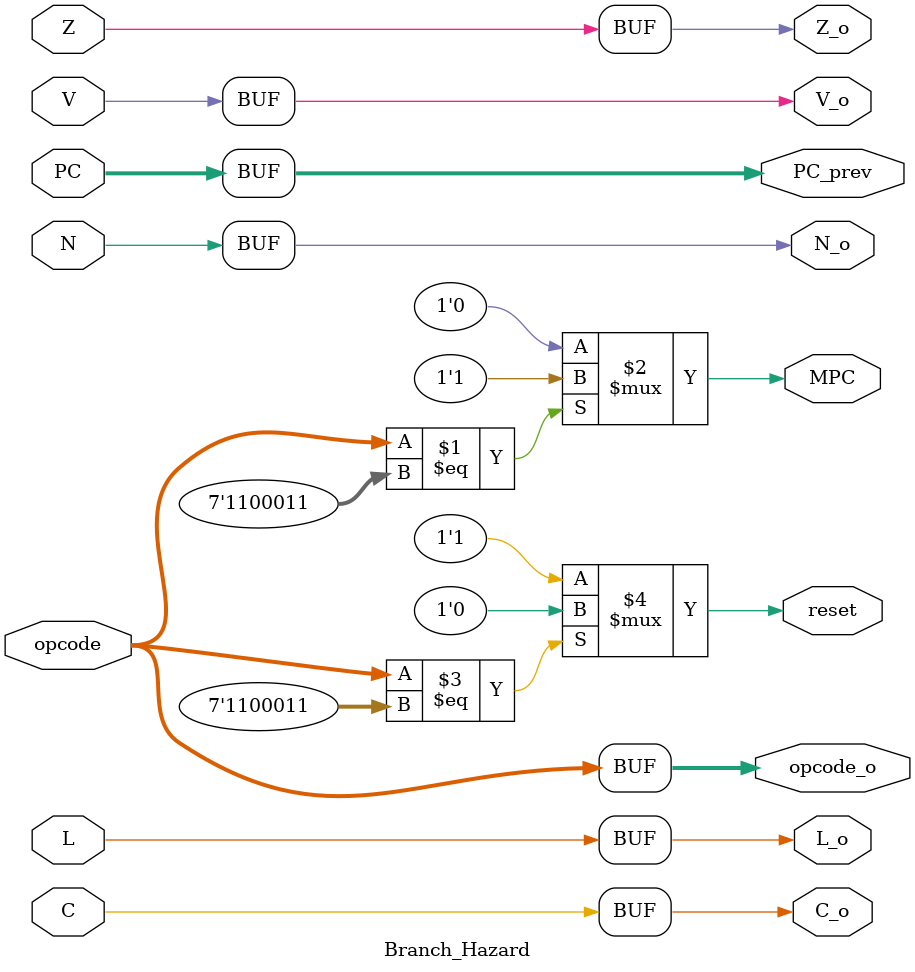
<source format=v>
module Branch_Hazard (
    input V,C,N,Z,L,
    input [6:0] opcode,
    input [31:0] PC,
    output MPC,
    output [31:0] PC_prev,
    output V_o,C_o,N_o,Z_o,L_o,reset,
    output [6:0] opcode_o
);
    
    assign MPC = (opcode == 7'b1100011) ? 1'b1 : 1'b0;
    assign reset = (opcode == 7'b1100011) ? 1'b0 : 1'b1;
    assign V_o = V;
    assign C_o = C;
    assign N_o = N;
    assign Z_o = Z;
    assign L_o = L;
    assign PC_prev = PC;
    assign opcode_o = opcode;

endmodule
</source>
